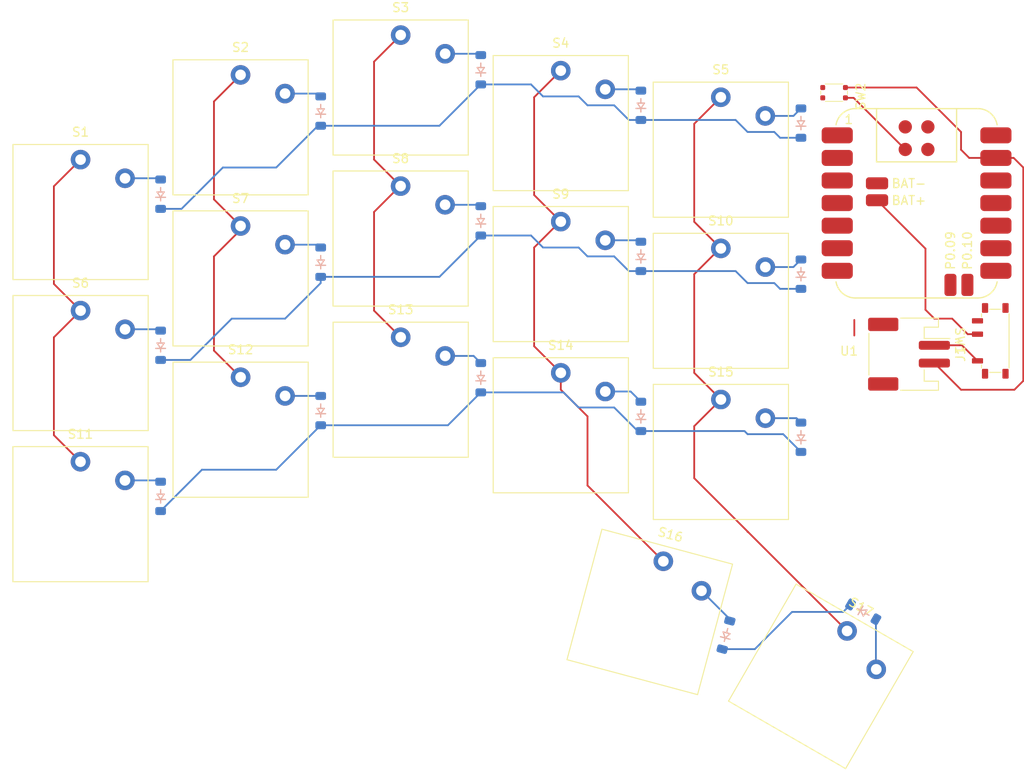
<source format=kicad_pcb>
(kicad_pcb (version 20241229) (generator "pcbnew") (generator_version "9.0")
  (layers (0 "F.Cu" signal) (2 "B.Cu" signal) (13 "F.Paste" user) (15 "B.Paste" user) (5 "F.SilkS" user "F.Silkscreen") (7 "B.SilkS" user "B.Silkscreen") (1 "F.Mask" user) (3 "B.Mask" user) (25 "Edge.Cuts" user))
  (net 0 "")
  (net 1 "Row 0")
  (net 2 "Net-(D1-A)")
  (net 3 "Net-(D2-A)")
  (net 4 "Net-(D3-A)")
  (net 5 "Net-(D4-A)")
  (net 6 "Net-(D5-A)")
  (net 7 "Row 1")
  (net 8 "Net-(D6-A)")
  (net 9 "Net-(D7-A)")
  (net 10 "Net-(D8-A)")
  (net 11 "Net-(D9-A)")
  (net 12 "Net-(D10-A)")
  (net 13 "Net-(D11-A)")
  (net 14 "Row 2")
  (net 15 "Net-(D12-A)")
  (net 16 "Net-(D13-A)")
  (net 17 "Net-(D14-A)")
  (net 18 "Net-(D15-A)")
  (net 19 "Row 3")
  (net 20 "Net-(D16-A)")
  (net 21 "Net-(D17-A)")
  (net 22 "Col 0")
  (net 23 "Col 1")
  (net 24 "Col 2")
  (net 25 "Col 3")
  (net 26 "Col 4")
  (net 27 "Net-(J1-Pin_1)")
  (net 28 "Ground")
  (net 29 "Net-(SW1-B)")
  (net 31 "Net-(U1-RST)")
  (footprint "marbastlib-various:SW_MSK12C02-HB" (layer "F.Cu") (at 161.845415 72.489603 -90)
    (property "Reference" "SW1" (at 0 4 270) (layer "F.SilkS"))
    (property "Value" "SW_SPDT")
    (pad "" np_thru_hole circle (at -1.5 0 90) (size 0.85 0.85) (drill 0.85) (layers "*.Cu" "*.Mask"))
    (pad "" np_thru_hole circle (at 1.5 0 90) (size 0.85 0.85) (drill 0.85) (layers "*.Cu" "*.Mask"))
    (pad "1" smd roundrect (at 2.25 2 90) (size 0.6 1.25) (layers "F.Cu" "F.Mask" "F.Paste") (roundrect_rratio 0.15) (net 27 "Net-(J1-Pin_1)"))
    (pad "2" smd roundrect (at -0.75 2 90) (size 0.6 1.25) (layers "F.Cu" "F.Mask" "F.Paste") (roundrect_rratio 0.15) (net 29 "Net-(SW1-B)"))
    (pad "3" smd roundrect (at -2.25 2 90) (size 0.6 1.25) (layers "F.Cu" "F.Mask" "F.Paste") (roundrect_rratio 0.15))
    (pad "MP" smd roundrect (at -3.7 -1.15 180) (size 0.7 1.1) (layers "F.Cu" "F.Mask" "F.Paste") (roundrect_rratio 0.15))
    (pad "MP" smd roundrect (at -3.7 1.15 180) (size 0.7 1.1) (layers "F.Cu" "F.Mask" "F.Paste") (roundrect_rratio 0.15))
    (pad "MP" smd roundrect (at 3.7 -1.15 180) (size 0.7 1.1) (layers "F.Cu" "F.Mask" "F.Paste") (roundrect_rratio 0.15))
    (pad "MP" smd roundrect (at 3.7 1.15 180) (size 0.7 1.1) (layers "F.Cu" "F.Mask" "F.Paste") (roundrect_rratio 0.15))
  )
  (footprint "ScottoKeebs_Choc:Choc_V1_1.00u" (layer "F.Cu") (at 76.985473 65.467584)
    (property "Reference" "S7" (at 0 -9 0) (layer "F.SilkS"))
    (property "Value" "Keyswitch")
    (pad "" np_thru_hole circle (at -5.5 0) (size 1.9 1.9) (drill 1.9) (layers "*.Cu" "*.Mask"))
    (pad "" np_thru_hole circle (at 0 0) (size 3.45 3.45) (drill 3.45) (layers "*.Cu" "*.Mask"))
    (pad "" np_thru_hole circle (at 5.5 0) (size 1.9 1.9) (drill 1.9) (layers "*.Cu" "*.Mask"))
    (pad "1" thru_hole circle (at 0 -5.9) (size 2.2 2.2) (drill 1.2) (layers "*.Cu" "*.Mask") (net 23 "Col 1"))
    (pad "2" thru_hole circle (at 5 -3.8) (size 2.2 2.2) (drill 1.2) (layers "*.Cu" "*.Mask") (net 9 "Net-(D7-A)"))
  )
  (footprint "ScottoKeebs_Choc:Choc_V1_1.00u" (layer "F.Cu") (at 112.988878 47.989603)
    (property "Reference" "S4" (at 0 -9 0) (layer "F.SilkS"))
    (property "Value" "Keyswitch")
    (pad "" np_thru_hole circle (at -5.5 0) (size 1.9 1.9) (drill 1.9) (layers "*.Cu" "*.Mask"))
    (pad "" np_thru_hole circle (at 0 0) (size 3.45 3.45) (drill 3.45) (layers "*.Cu" "*.Mask"))
    (pad "" np_thru_hole circle (at 5.5 0) (size 1.9 1.9) (drill 1.9) (layers "*.Cu" "*.Mask"))
    (pad "1" thru_hole circle (at 0 -5.9) (size 2.2 2.2) (drill 1.2) (layers "*.Cu" "*.Mask") (net 25 "Col 3"))
    (pad "2" thru_hole circle (at 5 -3.8) (size 2.2 2.2) (drill 1.2) (layers "*.Cu" "*.Mask") (net 5 "Net-(D4-A)"))
  )
  (footprint "ScottoKeebs_Choc:Choc_V1_1.00u" (layer "F.Cu") (at 142.232275 110.239603 -30)
    (property "Reference" "S17" (at 0 -9 150) (layer "F.SilkS"))
    (property "Value" "Keyswitch")
    (pad "" np_thru_hole circle (at -5.5 0 330) (size 1.9 1.9) (drill 1.9) (layers "*.Cu" "*.Mask"))
    (pad "" np_thru_hole circle (at 0 0 330) (size 3.45 3.45) (drill 3.45) (layers "*.Cu" "*.Mask"))
    (pad "" np_thru_hole circle (at 5.5 0 330) (size 1.9 1.9) (drill 1.9) (layers "*.Cu" "*.Mask"))
    (pad "1" thru_hole circle (at 0 -5.9 330) (size 2.2 2.2) (drill 1.2) (layers "*.Cu" "*.Mask") (net 26 "Col 4"))
    (pad "2" thru_hole circle (at 5 -3.8 330) (size 2.2 2.2) (drill 1.2) (layers "*.Cu" "*.Mask") (net 21 "Net-(D17-A)"))
  )
  (footprint "ScottoKeebs_Choc:Choc_V1_1.00u" (layer "F.Cu") (at 94.980883 60.980238)
    (property "Reference" "S8" (at 0 -9 0) (layer "F.SilkS"))
    (property "Value" "Keyswitch")
    (pad "" np_thru_hole circle (at -5.5 0) (size 1.9 1.9) (drill 1.9) (layers "*.Cu" "*.Mask"))
    (pad "" np_thru_hole circle (at 0 0) (size 3.45 3.45) (drill 3.45) (layers "*.Cu" "*.Mask"))
    (pad "" np_thru_hole circle (at 5.5 0) (size 1.9 1.9) (drill 1.9) (layers "*.Cu" "*.Mask"))
    (pad "1" thru_hole circle (at 0 -5.9) (size 2.2 2.2) (drill 1.2) (layers "*.Cu" "*.Mask") (net 24 "Col 2"))
    (pad "2" thru_hole circle (at 5 -3.8) (size 2.2 2.2) (drill 1.2) (layers "*.Cu" "*.Mask") (net 10 "Net-(D8-A)"))
  )
  (footprint "ScottoKeebs_Choc:Choc_V1_1.00u" (layer "F.Cu") (at 122.995415 102.989603 -15)
    (property "Reference" "S16" (at 0 -8.999999 165) (layer "F.SilkS"))
    (property "Value" "Keyswitch")
    (pad "" np_thru_hole circle (at -5.5 0 345) (size 1.9 1.9) (drill 1.9) (layers "*.Cu" "*.Mask"))
    (pad "" np_thru_hole circle (at 0 0 345) (size 3.45 3.45) (drill 3.45) (layers "*.Cu" "*.Mask"))
    (pad "" np_thru_hole circle (at 5.5 0 345) (size 1.9 1.9) (drill 1.9) (layers "*.Cu" "*.Mask"))
    (pad "1" thru_hole circle (at 0 -5.9 345) (size 2.2 2.2) (drill 1.2) (layers "*.Cu" "*.Mask") (net 25 "Col 3"))
    (pad "2" thru_hole circle (at 5 -3.8 345) (size 2.2 2.2) (drill 1.2) (layers "*.Cu" "*.Mask") (net 20 "Net-(D16-A)"))
  )
  (footprint "ScottoKeebs_Choc:Choc_V1_1.00u" (layer "F.Cu") (at 130.990088 67.987695)
    (property "Reference" "S10" (at 0 -9 0) (layer "F.SilkS"))
    (property "Value" "Keyswitch")
    (pad "" np_thru_hole circle (at -5.5 0) (size 1.9 1.9) (drill 1.9) (layers "*.Cu" "*.Mask"))
    (pad "" np_thru_hole circle (at 0 0) (size 3.45 3.45) (drill 3.45) (layers "*.Cu" "*.Mask"))
    (pad "" np_thru_hole circle (at 5.5 0) (size 1.9 1.9) (drill 1.9) (layers "*.Cu" "*.Mask"))
    (pad "1" thru_hole circle (at 0 -5.9) (size 2.2 2.2) (drill 1.2) (layers "*.Cu" "*.Mask") (net 26 "Col 4"))
    (pad "2" thru_hole circle (at 5 -3.8) (size 2.2 2.2) (drill 1.2) (layers "*.Cu" "*.Mask") (net 12 "Net-(D10-A)"))
  )
  (footprint "ScottoKeebs_Choc:Choc_V1_1.00u" (layer "F.Cu") (at 112.992415 81.990598)
    (property "Reference" "S14" (at 0 -9 0) (layer "F.SilkS"))
    (property "Value" "Keyswitch")
    (pad "" np_thru_hole circle (at -5.5 0) (size 1.9 1.9) (drill 1.9) (layers "*.Cu" "*.Mask"))
    (pad "" np_thru_hole circle (at 0 0) (size 3.45 3.45) (drill 3.45) (layers "*.Cu" "*.Mask"))
    (pad "" np_thru_hole circle (at 5.5 0) (size 1.9 1.9) (drill 1.9) (layers "*.Cu" "*.Mask"))
    (pad "1" thru_hole circle (at 0 -5.9) (size 2.2 2.2) (drill 1.2) (layers "*.Cu" "*.Mask") (net 25 "Col 3"))
    (pad "2" thru_hole circle (at 5 -3.8) (size 2.2 2.2) (drill 1.2) (layers "*.Cu" "*.Mask") (net 17 "Net-(D14-A)"))
  )
  (footprint "ScottoKeebs_Choc:Choc_V1_1.00u" (layer "F.Cu") (at 58.995415 57.999273)
    (property "Reference" "S1" (at 0 -9 0) (layer "F.SilkS"))
    (property "Value" "Keyswitch")
    (pad "" np_thru_hole circle (at -5.5 0) (size 1.9 1.9) (drill 1.9) (layers "*.Cu" "*.Mask"))
    (pad "" np_thru_hole circle (at 0 0) (size 3.45 3.45) (drill 3.45) (layers "*.Cu" "*.Mask"))
    (pad "" np_thru_hole circle (at 5.5 0) (size 1.9 1.9) (drill 1.9) (layers "*.Cu" "*.Mask"))
    (pad "1" thru_hole circle (at 0 -5.9) (size 2.2 2.2) (drill 1.2) (layers "*.Cu" "*.Mask") (net 22 "Col 0"))
    (pad "2" thru_hole circle (at 5 -3.8) (size 2.2 2.2) (drill 1.2) (layers "*.Cu" "*.Mask") (net 2 "Net-(D1-A)"))
  )
  (footprint "ScottoKeebs_Choc:Choc_V1_1.00u" (layer "F.Cu") (at 94.987924 43.989603)
    (property "Reference" "S3" (at 0 -9 0) (layer "F.SilkS"))
    (property "Value" "Keyswitch")
    (pad "" np_thru_hole circle (at -5.5 0) (size 1.9 1.9) (drill 1.9) (layers "*.Cu" "*.Mask"))
    (pad "" np_thru_hole circle (at 0 0) (size 3.45 3.45) (drill 3.45) (layers "*.Cu" "*.Mask"))
    (pad "" np_thru_hole circle (at 5.5 0) (size 1.9 1.9) (drill 1.9) (layers "*.Cu" "*.Mask"))
    (pad "1" thru_hole circle (at 0 -5.9) (size 2.2 2.2) (drill 1.2) (layers "*.Cu" "*.Mask") (net 24 "Col 2"))
    (pad "2" thru_hole circle (at 5 -3.8) (size 2.2 2.2) (drill 1.2) (layers "*.Cu" "*.Mask") (net 4 "Net-(D3-A)"))
  )
  (footprint "ScottoKeebs_Choc:Choc_V1_1.00u" (layer "F.Cu") (at 58.986471 91.992266)
    (property "Reference" "S11" (at 0 -9 0) (layer "F.SilkS"))
    (property "Value" "Keyswitch")
    (pad "" np_thru_hole circle (at -5.5 0) (size 1.9 1.9) (drill 1.9) (layers "*.Cu" "*.Mask"))
    (pad "" np_thru_hole circle (at 0 0) (size 3.45 3.45) (drill 3.45) (layers "*.Cu" "*.Mask"))
    (pad "" np_thru_hole circle (at 5.5 0) (size 1.9 1.9) (drill 1.9) (layers "*.Cu" "*.Mask"))
    (pad "1" thru_hole circle (at 0 -5.9) (size 2.2 2.2) (drill 1.2) (layers "*.Cu" "*.Mask") (net 22 "Col 0"))
    (pad "2" thru_hole circle (at 5 -3.8) (size 2.2 2.2) (drill 1.2) (layers "*.Cu" "*.Mask") (net 13 "Net-(D11-A)"))
  )
  (footprint "ScottoKeebs_Choc:Choc_V1_1.00u" (layer "F.Cu") (at 58.998138 74.989603)
    (property "Reference" "S6" (at 0 -9 0) (layer "F.SilkS"))
    (property "Value" "Keyswitch")
    (pad "" np_thru_hole circle (at -5.5 0) (size 1.9 1.9) (drill 1.9) (layers "*.Cu" "*.Mask"))
    (pad "" np_thru_hole circle (at 0 0) (size 3.45 3.45) (drill 3.45) (layers "*.Cu" "*.Mask"))
    (pad "" np_thru_hole circle (at 5.5 0) (size 1.9 1.9) (drill 1.9) (layers "*.Cu" "*.Mask"))
    (pad "1" thru_hole circle (at 0 -5.9) (size 2.2 2.2) (drill 1.2) (layers "*.Cu" "*.Mask") (net 22 "Col 0"))
    (pad "2" thru_hole circle (at 5 -3.8) (size 2.2 2.2) (drill 1.2) (layers "*.Cu" "*.Mask") (net 8 "Net-(D6-A)"))
  )
  (footprint "Connector_JST:JST_PH_S2B-PH-SM4-TB_1x02-1MP_P2.00mm_Horizontal" (layer "F.Cu") (at 152.145415 73.989603 -90)
    (property "Reference" "J1" (at 0 -5.8 90) (layer "F.SilkS"))
    (property "Value" "Conn_01x02_Socket")
    (pad "1" smd roundrect (at -1 -2.85 270) (size 1 3.5) (layers "F.Cu" "F.Mask" "F.Paste") (net 27 "Net-(J1-Pin_1)"))
    (pad "2" smd roundrect (at 1 -2.85 270) (size 1 3.5) (layers "F.Cu" "F.Mask" "F.Paste") (net 28 "Ground"))
    (pad "MP" smd roundrect (at -3.35 2.9 270) (size 1.5 3.4) (layers "F.Cu" "F.Mask" "F.Paste") (roundrect_rratio 0.166667))
    (pad "MP" smd roundrect (at 3.35 2.9 270) (size 1.5 3.4) (layers "F.Cu" "F.Mask" "F.Paste") (roundrect_rratio 0.166667))
  )
  (footprint "ScottoKeebs_Choc:Choc_V1_1.00u" (layer "F.Cu") (at 76.990573 82.485263)
    (property "Reference" "S12" (at 0 -9 0) (layer "F.SilkS"))
    (property "Value" "Keyswitch")
    (pad "" np_thru_hole circle (at -5.5 0) (size 1.9 1.9) (drill 1.9) (layers "*.Cu" "*.Mask"))
    (pad "" np_thru_hole circle (at 0 0) (size 3.45 3.45) (drill 3.45) (layers "*.Cu" "*.Mask"))
    (pad "" np_thru_hole circle (at 5.5 0) (size 1.9 1.9) (drill 1.9) (layers "*.Cu" "*.Mask"))
    (pad "1" thru_hole circle (at 0 -5.9) (size 2.2 2.2) (drill 1.2) (layers "*.Cu" "*.Mask") (net 23 "Col 1"))
    (pad "2" thru_hole circle (at 5 -3.8) (size 2.2 2.2) (drill 1.2) (layers "*.Cu" "*.Mask") (net 15 "Net-(D12-A)"))
  )
  (footprint "ScottoKeebs_Choc:Choc_V1_1.00u" (layer "F.Cu") (at 94.990345 77.986668)
    (property "Reference" "S13" (at 0 -9 0) (layer "F.SilkS"))
    (property "Value" "Keyswitch")
    (pad "" np_thru_hole circle (at -5.5 0) (size 1.9 1.9) (drill 1.9) (layers "*.Cu" "*.Mask"))
    (pad "" np_thru_hole circle (at 0 0) (size 3.45 3.45) (drill 3.45) (layers "*.Cu" "*.Mask"))
    (pad "" np_thru_hole circle (at 5.5 0) (size 1.9 1.9) (drill 1.9) (layers "*.Cu" "*.Mask"))
    (pad "1" thru_hole circle (at 0 -5.9) (size 2.2 2.2) (drill 1.2) (layers "*.Cu" "*.Mask") (net 24 "Col 2"))
    (pad "2" thru_hole circle (at 5 -3.8) (size 2.2 2.2) (drill 1.2) (layers "*.Cu" "*.Mask") (net 16 "Net-(D13-A)"))
  )
  (footprint "marbastlib-xp-promicroish:Xiao_nRF52840_AC_Reflow" (layer "F.Cu") (at 152.995415 56.989603)
    (property "Reference" "U1" (at -6.5 16.65 0) (layer "F.SilkS") (effects (justify right)))
    (property "Value" "Seeeduino Xiao nRF52840")
    (fp_text user "P0.10" (at 5.715 7.6075 90) (layer "F.SilkS") (effects (justify left)))
    (fp_text user "P0.09" (at 3.81 7.6075 90) (layer "F.SilkS") (effects (justify left)))
    (fp_text user "BAT+" (at -2.889999 0.28425 0) (layer "F.SilkS") (effects (justify left bottom)))
    (fp_text user "BAT-" (at -2.889999 -1.62075 0) (layer "F.SilkS") (effects (justify left bottom)))
    (fp_text user "1" (at -7.62 -8.82 0) (layer "F.SilkS") (effects (justify bottom)))
    (pad "1" smd roundrect (at -8.92 -7.62) (size 3.5 1.8) (layers "F.Cu" "F.Mask" "F.Paste"))
    (pad "2" smd roundrect (at -8.92 -5.08) (size 3.5 1.8) (layers "F.Cu" "F.Mask" "F.Paste"))
    (pad "3" smd roundrect (at -8.92 -2.54) (size 3.5 1.8) (layers "F.Cu" "F.Mask" "F.Paste") (net 22 "Col 0"))
    (pad "4" smd roundrect (at -8.92 0) (size 3.5 1.8) (layers "F.Cu" "F.Mask" "F.Paste") (net 23 "Col 1"))
    (pad "5" smd roundrect (at -8.92 2.54) (size 3.5 1.8) (layers "F.Cu" "F.Mask" "F.Paste") (net 24 "Col 2"))
    (pad "6" smd roundrect (at -8.92 5.08) (size 3.5 1.8) (layers "F.Cu" "F.Mask" "F.Paste") (net 25 "Col 3"))
    (pad "7" smd roundrect (at -8.92 7.62) (size 3.5 1.8) (layers "F.Cu" "F.Mask" "F.Paste") (net 26 "Col 4"))
    (pad "8" smd roundrect (at 8.92 -7.62 180) (size 3.5 1.8) (layers "F.Cu" "F.Mask" "F.Paste"))
    (pad "9" smd roundrect (at 8.92 -5.08 180) (size 3.5 1.8) (layers "F.Cu" "F.Mask" "F.Paste") (net 28 "Ground"))
    (pad "10" smd roundrect (at 8.92 -2.539999 180) (size 3.5 1.8) (layers "F.Cu" "F.Mask" "F.Paste"))
    (pad "11" smd roundrect (at 8.92 0 180) (size 3.5 1.8) (layers "F.Cu" "F.Mask" "F.Paste") (net 1 "Row 0"))
    (pad "12" smd roundrect (at 8.92 2.54 180) (size 3.5 1.8) (layers "F.Cu" "F.Mask" "F.Paste") (net 7 "Row 1"))
    (pad "13" smd roundrect (at 8.92 5.08) (size 3.5 1.8) (layers "F.Cu" "F.Mask" "F.Paste") (net 14 "Row 2"))
    (pad "14" smd roundrect (at 8.92 7.62) (size 3.5 1.8) (layers "F.Cu" "F.Mask" "F.Paste") (net 19 "Row 3"))
    (pad "15" smd roundrect (at -4.445001 -2.2225) (size 2.5 1.35) (layers "F.Cu" "F.Mask" "F.Paste"))
    (pad "16" smd roundrect (at -4.445002 -0.3175) (size 2.5 1.35) (layers "F.Cu" "F.Mask" "F.Paste") (net 29 "Net-(SW1-B)"))
    (pad "17" smd roundrect (at 3.81 9.2075 90) (size 2.5 1.35) (layers "F.Cu" "F.Mask" "F.Paste"))
    (pad "18" smd roundrect (at 5.715 9.2075 90) (size 2.5 1.35) (layers "F.Cu" "F.Mask" "F.Paste"))
    (pad "19" smd circle (at -1.27 -8.5725 180) (size 1.5 1.5) (layers "F.Cu" "F.Mask" "F.Paste"))
    (pad "20" smd circle (at 1.27 -8.5725 180) (size 1.5 1.5) (layers "F.Cu" "F.Mask" "F.Paste"))
    (pad "21" smd circle (at -1.27 -6.0325 180) (size 1.5 1.5) (layers "F.Cu" "F.Mask" "F.Paste") (net 31 "Net-(U1-RST)"))
    (pad "22" smd circle (at 1.27 -6.0325 180) (size 1.5 1.5) (layers "F.Cu" "F.Mask" "F.Paste"))
  )
  (footprint "ScottoKeebs_Choc:Choc_V1_1.00u" (layer "F.Cu") (at 76.98332 48.470021)
    (property "Reference" "S2" (at 0 -9 0) (layer "F.SilkS"))
    (property "Value" "Keyswitch")
    (pad "" np_thru_hole circle (at -5.5 0) (size 1.9 1.9) (drill 1.9) (layers "*.Cu" "*.Mask"))
    (pad "" np_thru_hole circle (at 0 0) (size 3.45 3.45) (drill 3.45) (layers "*.Cu" "*.Mask"))
    (pad "" np_thru_hole circle (at 5.5 0) (size 1.9 1.9) (drill 1.9) (layers "*.Cu" "*.Mask"))
    (pad "1" thru_hole circle (at 0 -5.9) (size 2.2 2.2) (drill 1.2) (layers "*.Cu" "*.Mask") (net 23 "Col 1"))
    (pad "2" thru_hole circle (at 5 -3.8) (size 2.2 2.2) (drill 1.2) (layers "*.Cu" "*.Mask") (net 3 "Net-(D2-A)"))
  )
  (footprint "ScottoKeebs_Choc:Choc_V1_1.00u" (layer "F.Cu") (at 130.984276 50.982339)
    (property "Reference" "S5" (at 0 -9 0) (layer "F.SilkS"))
    (property "Value" "Keyswitch")
    (pad "" np_thru_hole circle (at -5.5 0) (size 1.9 1.9) (drill 1.9) (layers "*.Cu" "*.Mask"))
    (pad "" np_thru_hole circle (at 0 0) (size 3.45 3.45) (drill 3.45) (layers "*.Cu" "*.Mask"))
    (pad "" np_thru_hole circle (at 5.5 0) (size 1.9 1.9) (drill 1.9) (layers "*.Cu" "*.Mask"))
    (pad "1" thru_hole circle (at 0 -5.9) (size 2.2 2.2) (drill 1.2) (layers "*.Cu" "*.Mask") (net 26 "Col 4"))
    (pad "2" thru_hole circle (at 5 -3.8) (size 2.2 2.2) (drill 1.2) (layers "*.Cu" "*.Mask") (net 6 "Net-(D5-A)"))
  )
  (footprint "ScottoKeebs_Choc:Choc_V1_1.00u" (layer "F.Cu") (at 130.995415 84.989603)
    (property "Reference" "S15" (at 0 -9 0) (layer "F.SilkS"))
    (property "Value" "Keyswitch")
    (pad "" np_thru_hole circle (at -5.5 0) (size 1.9 1.9) (drill 1.9) (layers "*.Cu" "*.Mask"))
    (pad "" np_thru_hole circle (at 0 0) (size 3.45 3.45) (drill 3.45) (layers "*.Cu" "*.Mask"))
    (pad "" np_thru_hole circle (at 5.5 0) (size 1.9 1.9) (drill 1.9) (layers "*.Cu" "*.Mask"))
    (pad "1" thru_hole circle (at 0 -5.9) (size 2.2 2.2) (drill 1.2) (layers "*.Cu" "*.Mask") (net 26 "Col 4"))
    (pad "2" thru_hole circle (at 5 -3.8) (size 2.2 2.2) (drill 1.2) (layers "*.Cu" "*.Mask") (net 18 "Net-(D15-A)"))
  )
  (footprint "marbastlib-various:SW_T1A2QR" (layer "F.Cu") (at 143.720415 44.569603 180)
    (property "Reference" "SW2" (at -3 -0.42 90) (layer "F.SilkS"))
    (property "Value" "SW_Push")
    (pad "1" smd roundrect (at -1.275 -0.58 180) (size 0.55 0.57) (layers "F.Cu" "F.Mask" "F.Paste") (net 31 "Net-(U1-RST)"))
    (pad "1" smd roundrect (at 1.275 -0.58 180) (size 0.55 0.57) (layers "F.Cu" "F.Mask" "F.Paste") (net 31 "Net-(U1-RST)"))
    (pad "2" smd roundrect (at -1.275 0.58 180) (size 0.55 0.57) (layers "F.Cu" "F.Mask" "F.Paste") (net 28 "Ground"))
    (pad "2" smd roundrect (at 1.275 0.58 180) (size 0.55 0.57) (layers "F.Cu" "F.Mask" "F.Paste") (net 28 "Ground"))
  )
  (footprint "ScottoKeebs_Choc:Choc_V1_1.00u" (layer "F.Cu") (at 112.990345 64.978007)
    (property "Reference" "S9" (at 0 -9 0) (layer "F.SilkS"))
    (property "Value" "Keyswitch")
    (pad "" np_thru_hole circle (at -5.5 0) (size 1.9 1.9) (drill 1.9) (layers "*.Cu" "*.Mask"))
    (pad "" np_thru_hole circle (at 0 0) (size 3.45 3.45) (drill 3.45) (layers "*.Cu" "*.Mask"))
    (pad "" np_thru_hole circle (at 5.5 0) (size 1.9 1.9) (drill 1.9) (layers "*.Cu" "*.Mask"))
    (pad "1" thru_hole circle (at 0 -5.9) (size 2.2 2.2) (drill 1.2) (layers "*.Cu" "*.Mask") (net 25 "Col 3"))
    (pad "2" thru_hole circle (at 5 -3.8) (size 2.2 2.2) (drill 1.2) (layers "*.Cu" "*.Mask") (net 11 "Net-(D9-A)"))
  )
  (footprint "ScottoKeebs_Components:Diode_SOD-123" (layer "B.Cu") (at 67.995415 72.989603 90)
    (property "Reference" "D6" (hide yes))
    (property "Value" "Diode")
    (pad "1" smd roundrect (at -1.65 0 90) (size 0.9 1.2) (layers "B.Cu" "B.Mask" "B.Paste") (net 7 "Row 1"))
    (pad "2" smd roundrect (at 1.65 0 90) (size 0.9 1.2) (layers "B.Cu" "B.Mask" "B.Paste") (net 8 "Net-(D6-A)"))
  )
  (footprint "ScottoKeebs_Components:Diode_SOD-123" (layer "B.Cu") (at 139.995415 83.339603 90)
    (property "Reference" "D15" (hide yes))
    (property "Value" "Diode" (hide yes))
    (pad "1" smd roundrect (at -1.65 0 90) (size 0.9 1.2) (layers "B.Cu" "B.Mask" "B.Paste") (net 14 "Row 2"))
    (pad "2" smd roundrect (at 1.65 0 90) (size 0.9 1.2) (layers "B.Cu" "B.Mask" "B.Paste") (net 18 "Net-(D15-A)"))
  )
  (footprint "ScottoKeebs_Components:Diode_SOD-123" (layer "B.Cu") (at 103.995415 58.989603 90)
    (property "Reference" "D8" (hide yes))
    (property "Value" "Diode")
    (pad "1" smd roundrect (at -1.65 0 90) (size 0.9 1.2) (layers "B.Cu" "B.Mask" "B.Paste") (net 7 "Row 1"))
    (pad "2" smd roundrect (at 1.65 0 90) (size 0.9 1.2) (layers "B.Cu" "B.Mask" "B.Paste") (net 10 "Net-(D8-A)"))
  )
  (footprint "ScottoKeebs_Components:Diode_SOD-123" (layer "B.Cu") (at 103.995415 76.639603 90)
    (property "Reference" "D13" (hide yes))
    (property "Value" "Diode")
    (pad "1" smd roundrect (at -1.65 0 90) (size 0.9 1.2) (layers "B.Cu" "B.Mask" "B.Paste") (net 14 "Row 2"))
    (pad "2" smd roundrect (at 1.65 0 90) (size 0.9 1.2) (layers "B.Cu" "B.Mask" "B.Paste") (net 16 "Net-(D13-A)"))
  )
  (footprint "ScottoKeebs_Components:Diode_SOD-123" (layer "B.Cu") (at 139.995415 47.989603 90)
    (property "Reference" "D5" (hide yes))
    (property "Value" "Diode")
    (pad "1" smd roundrect (at -1.65 0 90) (size 0.9 1.2) (layers "B.Cu" "B.Mask" "B.Paste") (net 1 "Row 0"))
    (pad "2" smd roundrect (at 1.65 0 90) (size 0.9 1.2) (layers "B.Cu" "B.Mask" "B.Paste") (net 6 "Net-(D5-A)"))
  )
  (footprint "ScottoKeebs_Components:Diode_SOD-123" (layer "B.Cu") (at 146.995415 102.989603 -30)
    (property "Reference" "D17" (hide yes))
    (property "Value" "Diode")
    (pad "1" smd roundrect (at -1.65 0 330) (size 0.9 1.2) (layers "B.Cu" "B.Mask" "B.Paste") (net 19 "Row 3"))
    (pad "2" smd roundrect (at 1.65 0 330) (size 0.9 1.2) (layers "B.Cu" "B.Mask" "B.Paste") (net 21 "Net-(D17-A)"))
  )
  (footprint "ScottoKeebs_Components:Diode_SOD-123" (layer "B.Cu") (at 139.995415 64.989603 90)
    (property "Reference" "D10" (hide yes))
    (property "Value" "Diode")
    (pad "1" smd roundrect (at -1.65 0 90) (size 0.9 1.2) (layers "B.Cu" "B.Mask" "B.Paste") (net 7 "Row 1"))
    (pad "2" smd roundrect (at 1.65 0 90) (size 0.9 1.2) (layers "B.Cu" "B.Mask" "B.Paste") (net 12 "Net-(D10-A)"))
  )
  (footprint "ScottoKeebs_Components:Diode_SOD-123" (layer "B.Cu") (at 131.568363 105.583381 75)
    (property "Reference" "D16" (hide yes))
    (property "Value" "Diode")
    (pad "1" smd roundrect (at -1.650001 0 75) (size 0.9 1.2) (layers "B.Cu" "B.Mask" "B.Paste") (net 19 "Row 3"))
    (pad "2" smd roundrect (at 1.650001 0 75) (size 0.9 1.2) (layers "B.Cu" "B.Mask" "B.Paste") (net 20 "Net-(D16-A)"))
  )
  (footprint "ScottoKeebs_Components:Diode_SOD-123" (layer "B.Cu") (at 85.995415 46.639603 90)
    (property "Reference" "D2" (hide yes))
    (property "Value" "Diode")
    (pad "1" smd roundrect (at -1.65 0 90) (size 0.9 1.2) (layers "B.Cu" "B.Mask" "B.Paste") (net 1 "Row 0"))
    (pad "2" smd roundrect (at 1.65 0 90) (size 0.9 1.2) (layers "B.Cu" "B.Mask" "B.Paste") (net 3 "Net-(D2-A)"))
  )
  (footprint "ScottoKeebs_Components:Diode_SOD-123" (layer "B.Cu") (at 121.995415 62.989603 90)
    (property "Reference" "D9" (hide yes))
    (property "Value" "Diode")
    (pad "1" smd roundrect (at -1.65 0 90) (size 0.9 1.2) (layers "B.Cu" "B.Mask" "B.Paste") (net 7 "Row 1"))
    (pad "2" smd roundrect (at 1.65 0 90) (size 0.9 1.2) (layers "B.Cu" "B.Mask" "B.Paste") (net 11 "Net-(D9-A)"))
  )
  (footprint "ScottoKeebs_Components:Diode_SOD-123" (layer "B.Cu") (at 121.995415 80.989603 90)
    (property "Reference" "D14" (hide yes))
    (property "Value" "Diode")
    (pad "1" smd roundrect (at -1.65 0 90) (size 0.9 1.2) (layers "B.Cu" "B.Mask" "B.Paste") (net 14 "Row 2"))
    (pad "2" smd roundrect (at 1.65 0 90) (size 0.9 1.2) (layers "B.Cu" "B.Mask" "B.Paste") (net 17 "Net-(D14-A)"))
  )
  (footprint "ScottoKeebs_Components:Diode_SOD-123" (layer "B.Cu") (at 103.995415 41.989603 90)
    (property "Reference" "D3" (hide yes))
    (property "Value" "Diode")
    (pad "1" smd roundrect (at -1.65 0 90) (size 0.9 1.2) (layers "B.Cu" "B.Mask" "B.Paste") (net 1 "Row 0"))
    (pad "2" smd roundrect (at 1.65 0 90) (size 0.9 1.2) (layers "B.Cu" "B.Mask" "B.Paste") (net 4 "Net-(D3-A)"))
  )
  (footprint "ScottoKeebs_Components:Diode_SOD-123" (layer "B.Cu") (at 85.995415 63.639603 90)
    (property "Reference" "D7" (hide yes))
    (property "Value" "Diode")
    (pad "1" smd roundrect (at -1.65 0 90) (size 0.9 1.2) (layers "B.Cu" "B.Mask" "B.Paste") (net 7 "Row 1"))
    (pad "2" smd roundrect (at 1.65 0 90) (size 0.9 1.2) (layers "B.Cu" "B.Mask" "B.Paste") (net 9 "Net-(D7-A)"))
  )
  (footprint "ScottoKeebs_Components:Diode_SOD-123" (layer "B.Cu") (at 67.995415 55.989603 90)
    (property "Reference" "D1" (hide yes))
    (property "Value" "Diode")
    (pad "1" smd roundrect (at -1.65 0 90) (size 0.9 1.2) (layers "B.Cu" "B.Mask" "B.Paste") (net 1 "Row 0"))
    (pad "2" smd roundrect (at 1.65 0 90) (size 0.9 1.2) (layers "B.Cu" "B.Mask" "B.Paste") (net 2 "Net-(D1-A)"))
  )
  (footprint "ScottoKeebs_Components:Diode_SOD-123" (layer "B.Cu") (at 67.995415 89.989603 90)
    (property "Reference" "D11" (hide yes))
    (property "Value" "Diode")
    (pad "1" smd roundrect (at -1.65 0 90) (size 0.9 1.2) (layers "B.Cu" "B.Mask" "B.Paste") (net 14 "Row 2"))
    (pad "2" smd roundrect (at 1.65 0 90) (size 0.9 1.2) (layers "B.Cu" "B.Mask" "B.Paste") (net 13 "Net-(D11-A)"))
  )
  (footprint "ScottoKeebs_Components:Diode_SOD-123" (layer "B.Cu") (at 85.995415 80.339603 90)
    (property "Reference" "D12" (hide yes))
    (property "Value" "Diode")
    (pad "1" smd roundrect (at -1.65 0 90) (size 0.9 1.2) (layers "B.Cu" "B.Mask" "B.Paste") (net 14 "Row 2"))
    (pad "2" smd roundrect (at 1.65 0 90) (size 0.9 1.2) (layers "B.Cu" "B.Mask" "B.Paste") (net 15 "Net-(D12-A)"))
  )
  (footprint "ScottoKeebs_Components:Diode_SOD-123" (layer "B.Cu") (at 121.995415 45.989603 90)
    (property "Reference" "D4" (hide yes))
    (property "Value" "Diode")
    (pad "1" smd roundrect (at -1.65 0 90) (size 0.9 1.2) (layers "B.Cu" "B.Mask" "B.Paste") (net 1 "Row 0"))
    (pad "2" smd roundrect (at 1.65 0 90) (size 0.9 1.2) (layers "B.Cu" "B.Mask" "B.Paste") (net 5 "Net-(D4-A)"))
  )
  (segment (start 115.995415 45.989603) (end 118.995415 45.989603) (width 0.2) (layer "B.Cu") (net 1))
  (segment (start 137.645415 49.639603) (end 139.995415 49.639603) (width 0.2) (layer "B.Cu") (net 1))
  (segment (start 110.995415 44.989603) (end 114.995415 44.989603) (width 0.2) (layer "B.Cu") (net 1))
  (segment (start 85.995415 48.289603) (end 99.345415 48.289603) (width 0.2) (layer "B.Cu") (net 1))
  (segment (start 99.345415 48.289603) (end 103.995415 43.639603) (width 0.2) (layer "B.Cu") (net 1))
  (segment (start 121.995415 47.639603) (end 132.645415 47.639603) (width 0.2) (layer "B.Cu") (net 1))
  (segment (start 103.995415 43.639603) (end 109.645415 43.639603) (width 0.2) (layer "B.Cu") (net 1))
  (segment (start 67.995415 57.639603) (end 70.345415 57.639603) (width 0.2) (layer "B.Cu") (net 1))
  (segment (start 136.995415 48.989603) (end 137.645415 49.639603) (width 0.2) (layer "B.Cu") (net 1))
  (segment (start 133.995415 48.989603) (end 136.995415 48.989603) (width 0.2) (layer "B.Cu") (net 1))
  (segment (start 132.645415 47.639603) (end 133.995415 48.989603) (width 0.2) (layer "B.Cu") (net 1))
  (segment (start 80.995415 52.989603) (end 85.695415 48.289603) (width 0.2) (layer "B.Cu") (net 1))
  (segment (start 118.995415 45.989603) (end 120.645415 47.639603) (width 0.2) (layer "B.Cu") (net 1))
  (segment (start 74.995415 52.989603) (end 80.995415 52.989603) (width 0.2) (layer "B.Cu") (net 1))
  (segment (start 139.995415 49.639603) (end 140.345415 49.639603) (width 0.2) (layer "B.Cu") (net 1))
  (segment (start 85.695415 48.289603) (end 85.995415 48.289603) (width 0.2) (layer "B.Cu") (net 1))
  (segment (start 114.995415 44.989603) (end 115.995415 45.989603) (width 0.2) (layer "B.Cu") (net 1))
  (segment (start 109.645415 43.639603) (end 110.995415 44.989603) (width 0.2) (layer "B.Cu") (net 1))
  (segment (start 120.645415 47.639603) (end 121.995415 47.639603) (width 0.2) (layer "B.Cu") (net 1))
  (segment (start 70.345415 57.639603) (end 74.995415 52.989603) (width 0.2) (layer "B.Cu") (net 1))
  (segment (start 67.855085 54.199273) (end 67.995415 54.339603) (width 0.2) (layer "B.Cu") (net 2))
  (segment (start 63.995415 54.199273) (end 67.855085 54.199273) (width 0.2) (layer "B.Cu") (net 2))
  (segment (start 81.98332 44.670021) (end 85.675833 44.670021) (width 0.2) (layer "B.Cu") (net 3))
  (segment (start 85.675833 44.670021) (end 85.995415 44.989603) (width 0.2) (layer "B.Cu") (net 3))
  (segment (start 99.987924 40.189603) (end 103.845415 40.189603) (width 0.2) (layer "B.Cu") (net 4))
  (segment (start 103.845415 40.189603) (end 103.995415 40.339603) (width 0.2) (layer "B.Cu") (net 4))
  (segment (start 117.988878 44.189603) (end 121.845415 44.189603) (width 0.2) (layer "B.Cu") (net 5))
  (segment (start 121.845415 44.189603) (end 121.995415 44.339603) (width 0.2) (layer "B.Cu") (net 5))
  (segment (start 135.984276 47.182339) (end 139.152679 47.182339) (width 0.2) (layer "B.Cu") (net 6))
  (segment (start 139.152679 47.182339) (end 139.995415 46.339603) (width 0.2) (layer "B.Cu") (net 6))
  (segment (start 99.345415 65.289603) (end 103.995415 60.639603) (width 0.2) (layer "B.Cu") (net 7))
  (segment (start 81.995415 69.989603) (end 85.995415 65.989603) (width 0.2) (layer "B.Cu") (net 7))
  (segment (start 103.995415 60.639603) (end 109.645415 60.639603) (width 0.2) (layer "B.Cu") (net 7))
  (segment (start 75.995415 69.989603) (end 81.995415 69.989603) (width 0.2) (layer "B.Cu") (net 7))
  (segment (start 137.645415 66.639603) (end 139.995415 66.639603) (width 0.2) (layer "B.Cu") (net 7))
  (segment (start 67.995415 74.639603) (end 71.345415 74.639603) (width 0.2) (layer "B.Cu") (net 7))
  (segment (start 71.345415 74.639603) (end 75.995415 69.989603) (width 0.2) (layer "B.Cu") (net 7))
  (segment (start 85.995415 65.289603) (end 99.345415 65.289603) (width 0.2) (layer "B.Cu") (net 7))
  (segment (start 136.995415 65.989603) (end 137.645415 66.639603) (width 0.2) (layer "B.Cu") (net 7))
  (segment (start 115.995415 62.989603) (end 118.995415 62.989603) (width 0.2) (layer "B.Cu") (net 7))
  (segment (start 120.645415 64.639603) (end 121.995415 64.639603) (width 0.2) (layer "B.Cu") (net 7))
  (segment (start 109.645415 60.639603) (end 110.995415 61.989603) (width 0.2) (layer "B.Cu") (net 7))
  (segment (start 121.995415 64.639603) (end 132.645415 64.639603) (width 0.2) (layer "B.Cu") (net 7))
  (segment (start 110.995415 61.989603) (end 114.995415 61.989603) (width 0.2) (layer "B.Cu") (net 7))
  (segment (start 139.995415 66.639603) (end 139.995415 66.989603) (width 0.2) (layer "B.Cu") (net 7))
  (segment (start 85.995415 65.989603) (end 85.995415 65.289603) (width 0.2) (layer "B.Cu") (net 7))
  (segment (start 132.645415 64.639603) (end 133.995415 65.989603) (width 0.2) (layer "B.Cu") (net 7))
  (segment (start 133.995415 65.989603) (end 136.995415 65.989603) (width 0.2) (layer "B.Cu") (net 7))
  (segment (start 118.995415 62.989603) (end 120.645415 64.639603) (width 0.2) (layer "B.Cu") (net 7))
  (segment (start 114.995415 61.989603) (end 115.995415 62.989603) (width 0.2) (layer "B.Cu") (net 7))
  (segment (start 63.998138 71.189603) (end 67.845415 71.189603) (width 0.2) (layer "B.Cu") (net 8))
  (segment (start 67.845415 71.189603) (end 67.995415 71.339603) (width 0.2) (layer "B.Cu") (net 8))
  (segment (start 81.985473 61.667584) (end 85.673396 61.667584) (width 0.2) (layer "B.Cu") (net 9))
  (segment (start 85.673396 61.667584) (end 85.995415 61.989603) (width 0.2) (layer "B.Cu") (net 9))
  (segment (start 103.83605 57.180238) (end 103.995415 57.339603) (width 0.2) (layer "B.Cu") (net 10))
  (segment (start 99.980883 57.180238) (end 103.83605 57.180238) (width 0.2) (layer "B.Cu") (net 10))
  (segment (start 121.833819 61.178007) (end 121.995415 61.339603) (width 0.2) (layer "B.Cu") (net 11))
  (segment (start 117.990345 61.178007) (end 121.833819 61.178007) (width 0.2) (layer "B.Cu") (net 11))
  (segment (start 135.990088 64.187695) (end 139.147323 64.187695) (width 0.2) (layer "B.Cu") (net 12))
  (segment (start 139.147323 64.187695) (end 139.995415 63.339603) (width 0.2) (layer "B.Cu") (net 12))
  (segment (start 63.986471 88.192266) (end 67.848078 88.192266) (width 0.2) (layer "B.Cu") (net 13))
  (segment (start 67.848078 88.192266) (end 67.995415 88.339603) (width 0.2) (layer "B.Cu") (net 13))
  (segment (start 121.645415 82.639603) (end 121.995415 82.639603) (width 0.2) (layer "B.Cu") (net 14))
  (segment (start 114.995415 79.989603) (end 118.995415 79.989603) (width 0.2) (layer "B.Cu") (net 14))
  (segment (start 118.995415 79.989603) (end 121.645415 82.639603) (width 0.2) (layer "B.Cu") (net 14))
  (segment (start 113.295415 78.289603) (end 114.995415 79.989603) (width 0.2) (layer "B.Cu") (net 14))
  (segment (start 137.995415 82.989603) (end 139.995415 84.989603) (width 0.2) (layer "B.Cu") (net 14))
  (segment (start 133.995415 82.989603) (end 137.995415 82.989603) (width 0.2) (layer "B.Cu") (net 14))
  (segment (start 133.645415 82.639603) (end 133.995415 82.989603) (width 0.2) (layer "B.Cu") (net 14))
  (segment (start 67.995415 91.639603) (end 72.645415 86.989603) (width 0.2) (layer "B.Cu") (net 14))
  (segment (start 80.995415 86.989603) (end 85.995415 81.989603) (width 0.2) (layer "B.Cu") (net 14))
  (segment (start 85.995415 81.989603) (end 100.295415 81.989603) (width 0.2) (layer "B.Cu") (net 14))
  (segment (start 72.645415 86.989603) (end 80.995415 86.989603) (width 0.2) (layer "B.Cu") (net 14))
  (segment (start 121.995415 82.639603) (end 133.645415 82.639603) (width 0.2) (layer "B.Cu") (net 14))
  (segment (start 100.295415 81.989603) (end 103.995415 78.289603) (width 0.2) (layer "B.Cu") (net 14))
  (segment (start 103.995415 78.289603) (end 113.295415 78.289603) (width 0.2) (layer "B.Cu") (net 14))
  (segment (start 81.990573 78.685263) (end 85.991075 78.685263) (width 0.2) (layer "B.Cu") (net 15))
  (segment (start 85.991075 78.685263) (end 85.995415 78.689603) (width 0.2) (layer "B.Cu") (net 15))
  (segment (start 99.990345 74.186668) (end 103.19248 74.186668) (width 0.2) (layer "B.Cu") (net 16))
  (segment (start 103.19248 74.186668) (end 103.995415 74.989603) (width 0.2) (layer "B.Cu") (net 16))
  (segment (start 120.84641 78.190598) (end 121.995415 79.339603) (width 0.2) (layer "B.Cu") (net 17))
  (segment (start 117.992415 78.190598) (end 120.84641 78.190598) (width 0.2) (layer "B.Cu") (net 17))
  (segment (start 135.995415 81.189603) (end 139.495415 81.189603) (width 0.2) (layer "B.Cu") (net 18))
  (segment (start 139.495415 81.189603) (end 139.995415 81.689603) (width 0.2) (layer "B.Cu") (net 18))
  (segment (start 145.566473 102.164603) (end 145.566473 101.560661) (width 0.2) (layer "B.Cu") (net 19))
  (segment (start 134.807859 107.177159) (end 131.141311 107.177159) (width 0.2) (layer "B.Cu") (net 19))
  (segment (start 138.995415 102.989603) (end 134.807859 107.177159) (width 0.2) (layer "B.Cu") (net 19))
  (segment (start 144.741473 102.989603) (end 138.995415 102.989603) (width 0.2) (layer "B.Cu") (net 19))
  (segment (start 145.566473 102.164603) (end 144.741473 102.989603) (width 0.2) (layer "B.Cu") (net 19))
  (segment (start 131.995415 103.800038) (end 131.995415 103.989603) (width 0.2) (layer "B.Cu") (net 20))
  (segment (start 128.808557 100.61318) (end 131.995415 103.800038) (width 0.2) (layer "B.Cu") (net 20))
  (segment (start 148.424357 103.814603) (end 148.424357 109.410662) (width 0.2) (layer "B.Cu") (net 21))
  (segment (start 148.424357 109.410662) (end 148.462402 109.448707) (width 0.2) (layer "B.Cu") (net 21))
  (segment (start 55.995415 83.10121) (end 58.986471 86.092266) (width 0.2) (layer "F.Cu") (net 22))
  (segment (start 55.995415 55.099273) (end 55.995415 66.08688) (width 0.2) (layer "F.Cu") (net 22))
  (segment (start 55.995415 72.092326) (end 55.995415 83.10121) (width 0.2) (layer "F.Cu") (net 22))
  (segment (start 58.995415 52.099273) (end 55.995415 55.099273) (width 0.2) (layer "F.Cu") (net 22))
  (segment (start 55.995415 66.08688) (end 58.998138 69.089603) (width 0.2) (layer "F.Cu") (net 22))
  (segment (start 58.998138 69.089603) (end 55.995415 72.092326) (width 0.2) (layer "F.Cu") (net 22))
  (segment (start 76.985473 59.567584) (end 76.985473 59.999545) (width 0.2) (layer "F.Cu") (net 23))
  (segment (start 73.995415 45.557926) (end 73.995415 56.577526) (width 0.2) (layer "F.Cu") (net 23))
  (segment (start 73.995415 56.577526) (end 76.985473 59.567584) (width 0.2) (layer "F.Cu") (net 23))
  (segment (start 76.985473 59.999545) (end 73.995415 62.989603) (width 0.2) (layer "F.Cu") (net 23))
  (segment (start 73.995415 62.989603) (end 73.995415 73.590105) (width 0.2) (layer "F.Cu") (net 23))
  (segment (start 73.995415 73.590105) (end 76.990573 76.585263) (width 0.2) (layer "F.Cu") (net 23))
  (segment (start 76.98332 42.570021) (end 73.995415 45.557926) (width 0.2) (layer "F.Cu") (net 23))
  (segment (start 94.987924 38.089603) (end 91.995415 41.082112) (width 0.2) (layer "F.Cu") (net 24))
  (segment (start 91.995415 69.091738) (end 94.990345 72.086668) (width 0.2) (layer "F.Cu") (net 24))
  (segment (start 94.980883 55.080238) (end 94.90478 55.080238) (width 0.2) (layer "F.Cu") (net 24))
  (segment (start 94.90478 55.080238) (end 91.995415 57.989603) (width 0.2) (layer "F.Cu") (net 24))
  (segment (start 91.995415 57.989603) (end 91.995415 69.091738) (width 0.2) (layer "F.Cu") (net 24))
  (segment (start 91.995415 41.082112) (end 91.995415 52.09477) (width 0.2) (layer "F.Cu") (net 24))
  (segment (start 91.995415 52.09477) (end 94.980883 55.080238) (width 0.2) (layer "F.Cu") (net 24))
  (segment (start 115.995415 80.989603) (end 115.995415 88.763609) (width 0.2) (layer "F.Cu") (net 25))
  (segment (start 109.995415 73.093598) (end 112.992415 76.090598) (width 0.2) (layer "F.Cu") (net 25))
  (segment (start 112.990345 59.078007) (end 112.907011 59.078007) (width 0.2) (layer "F.Cu") (net 25))
  (segment (start 109.995415 56.083077) (end 112.990345 59.078007) (width 0.2) (layer "F.Cu") (net 25))
  (segment (start 112.907011 59.078007) (end 109.995415 61.989603) (width 0.2) (layer "F.Cu") (net 25))
  (segment (start 109.995415 61.989603) (end 109.995415 73.093598) (width 0.2) (layer "F.Cu") (net 25))
  (segment (start 112.992415 76.090598) (end 112.992415 77.986603) (width 0.2) (layer "F.Cu") (net 25))
  (segment (start 112.992415 77.986603) (end 115.995415 80.989603) (width 0.2) (layer "F.Cu") (net 25))
  (segment (start 115.995415 88.763609) (end 124.522447 97.290641) (width 0.2) (layer "F.Cu") (net 25))
  (segment (start 109.995415 45.083066) (end 109.995415 56.083077) (width 0.2) (layer "F.Cu") (net 25))
  (segment (start 112.988878 42.089603) (end 109.995415 45.083066) (width 0.2) (layer "F.Cu") (net 25))
  (segment (start 127.995415 64.989603) (end 127.995415 76.089603) (width 0.2) (layer "F.Cu") (net 26))
  (segment (start 127.995415 82.089603) (end 127.995415 87.943193) (width 0.2) (layer "F.Cu") (net 26))
  (segment (start 127.995415 76.089603) (end 130.995415 79.089603) (width 0.2) (layer "F.Cu") (net 26))
  (segment (start 133.995415 93.989603) (end 134.041825 93.989603) (width 0.2) (layer "F.Cu") (net 26))
  (segment (start 130.995415 79.089603) (end 127.995415 82.089603) (width 0.2) (layer "F.Cu") (net 26))
  (segment (start 127.995415 87.943193) (end 145.182275 105.130053) (width 0.2) (layer "F.Cu") (net 26))
  (segment (start 130.897323 62.087695) (end 127.995415 64.989603) (width 0.2) (layer "F.Cu") (net 26))
  (segment (start 127.995415 48.0712) (end 127.995415 59.093022) (width 0.2) (layer "F.Cu") (net 26))
  (segment (start 130.984276 45.082339) (end 127.995415 48.0712) (width 0.2) (layer "F.Cu") (net 26))
  (segment (start 127.995415 59.093022) (end 130.990088 62.087695) (width 0.2) (layer "F.Cu") (net 26))
  (segment (start 130.990088 62.087695) (end 130.897323 62.087695) (width 0.2) (layer "F.Cu") (net 26))
  (segment (start 158.095415 72.989603) (end 159.845415 74.739603) (width 0.2) (layer "F.Cu") (net 27))
  (segment (start 154.995415 72.989603) (end 158.095415 72.989603) (width 0.2) (layer "F.Cu") (net 27))
  (segment (start 145.995415 71.889603) (end 145.995415 70.139603) (width 0.2) (layer "F.Cu") (net 27))
  (segment (start 157.995415 50.989603) (end 158.915415 51.909603) (width 0.2) (layer "F.Cu") (net 28))
  (segment (start 164.995415 52.989603) (end 163.915415 51.909603) (width 0.2) (layer "F.Cu") (net 28))
  (segment (start 157.995415 48.989603) (end 157.995415 50.989603) (width 0.2) (layer "F.Cu") (net 28))
  (segment (start 157.995415 77.989603) (end 163.995415 77.989603) (width 0.2) (layer "F.Cu") (net 28))
  (segment (start 163.915415 51.909603) (end 161.915415 51.909603) (width 0.2) (layer "F.Cu") (net 28))
  (segment (start 144.995415 43.989603) (end 152.995415 43.989603) (width 0.2) (layer "F.Cu") (net 28))
  (segment (start 154.995415 74.989603) (end 157.995415 77.989603) (width 0.2) (layer "F.Cu") (net 28))
  (segment (start 152.995415 43.989603) (end 157.995415 48.989603) (width 0.2) (layer "F.Cu") (net 28))
  (segment (start 158.915415 51.909603) (end 161.915415 51.909603) (width 0.2) (layer "F.Cu") (net 28))
  (segment (start 164.995415 76.989603) (end 164.995415 52.989603) (width 0.2) (layer "F.Cu") (net 28))
  (segment (start 163.995415 77.989603) (end 164.995415 76.989603) (width 0.2) (layer "F.Cu") (net 28))
  (segment (start 153.995415 68.989603) (end 154.995415 69.989603) (width 0.2) (layer "F.Cu") (net 29))
  (segment (start 153.995415 62.117105) (end 153.995415 68.989603) (width 0.2) (layer "F.Cu") (net 29))
  (segment (start 148.550413 56.672103) (end 153.995415 62.117105) (width 0.2) (layer "F.Cu") (net 29))
  (segment (start 154.995415 69.989603) (end 156.995415 69.989603) (width 0.2) (layer "F.Cu") (net 29))
  (segment (start 156.995415 69.989603) (end 158.745415 71.739603) (width 0.2) (layer "F.Cu") (net 29))
  (segment (start 158.745415 71.739603) (end 159.845415 71.739603) (width 0.2) (layer "F.Cu") (net 29))
  (segment (start 144.995415 45.149603) (end 145.917915 45.149603) (width 0.2) (layer "F.Cu") (net 31))
  (segment (start 145.917915 45.149603) (end 151.725415 50.957103) (width 0.2) (layer "F.Cu") (net 31))
)
</source>
